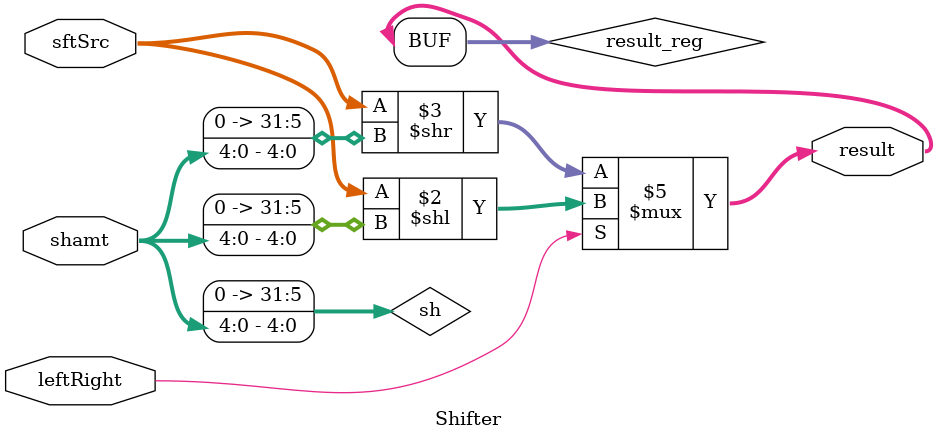
<source format=v>
module Shifter( result, leftRight, shamt, sftSrc  );
    
  output wire[31:0] result;

  input wire leftRight;
  input wire[4:0] shamt;
  input wire[31:0] sftSrc ;
  
  /*your code here*/ 
  integer sh;
  reg [31:0] result_reg;
  always @(leftRight or shamt or sftSrc) 
  begin
  	sh = shamt;
  	if(leftRight) result_reg = (sftSrc << sh);
  	else result_reg = (sftSrc >> sh);
  end
  assign result = result_reg;
	
endmodule
</source>
